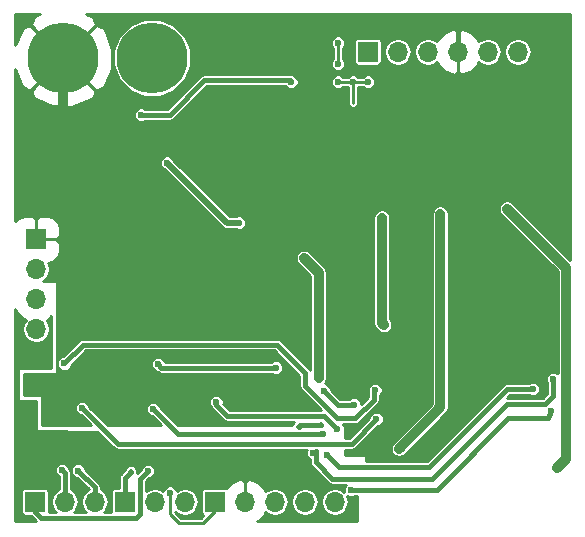
<source format=gbl>
G04 #@! TF.FileFunction,Copper,L2,Bot,Signal*
%FSLAX46Y46*%
G04 Gerber Fmt 4.6, Leading zero omitted, Abs format (unit mm)*
G04 Created by KiCad (PCBNEW 4.0.6) date 12/03/17 01:19:17*
%MOMM*%
%LPD*%
G01*
G04 APERTURE LIST*
%ADD10C,0.100000*%
%ADD11R,1.700000X1.700000*%
%ADD12O,1.700000X1.700000*%
%ADD13C,6.000000*%
%ADD14C,0.600000*%
%ADD15C,0.482600*%
%ADD16C,0.500000*%
%ADD17C,0.254000*%
%ADD18C,0.381000*%
%ADD19C,0.812800*%
%ADD20C,0.508000*%
%ADD21C,0.226060*%
G04 APERTURE END LIST*
D10*
D11*
X187452000Y-61468000D03*
D12*
X189992000Y-61468000D03*
X192532000Y-61468000D03*
X195072000Y-61468000D03*
X197612000Y-61468000D03*
X200152000Y-61468000D03*
D13*
X161671000Y-61976000D03*
X169171000Y-61976000D03*
D11*
X166878000Y-99568000D03*
D12*
X169418000Y-99568000D03*
X171958000Y-99568000D03*
D11*
X159258000Y-99568000D03*
D12*
X161798000Y-99568000D03*
X164338000Y-99568000D03*
D11*
X159385000Y-77343000D03*
D12*
X159385000Y-79883000D03*
X159385000Y-82423000D03*
X159385000Y-84963000D03*
D11*
X174498000Y-99568000D03*
D12*
X177038000Y-99568000D03*
X179578000Y-99568000D03*
X182118000Y-99568000D03*
X184658000Y-99568000D03*
D14*
X184912000Y-60706000D03*
X184912000Y-62484000D03*
X184912000Y-64008000D03*
X186182000Y-64008000D03*
X187452000Y-64008000D03*
X169926000Y-81280000D03*
X195326000Y-84836000D03*
X196596000Y-84836000D03*
X197866000Y-84836000D03*
X199136000Y-84836000D03*
X199390000Y-83566000D03*
X187198000Y-85598000D03*
X188214000Y-85598000D03*
X190500000Y-84836000D03*
X192024000Y-84836000D03*
X165354000Y-67310000D03*
X171196000Y-79121000D03*
X203962000Y-62738000D03*
D15*
X196088000Y-58928000D03*
X197358000Y-58928000D03*
X198628000Y-58928000D03*
X200152000Y-58928000D03*
X201676000Y-58928000D03*
D14*
X194818000Y-58928000D03*
X203962000Y-58928000D03*
X203962000Y-60198000D03*
X203962000Y-61468000D03*
X202946000Y-61468000D03*
X202946000Y-60198000D03*
X202946000Y-58928000D03*
X193548000Y-58928000D03*
X158750000Y-65786000D03*
X165989000Y-59436000D03*
X160655000Y-73152000D03*
X173863000Y-85344000D03*
X184912000Y-69596000D03*
X187325000Y-69596000D03*
X187325000Y-65151000D03*
X184785000Y-65278000D03*
X192786000Y-69596000D03*
X189865000Y-69469000D03*
X189738000Y-65278000D03*
X192024000Y-65151000D03*
X195199000Y-69469000D03*
X197993000Y-69596000D03*
X197993000Y-65151000D03*
X195326000Y-65151000D03*
X202819000Y-69596000D03*
X200406000Y-69596000D03*
X202692000Y-65151000D03*
X200533000Y-65151000D03*
D15*
X160020000Y-69088000D03*
X189230000Y-86868000D03*
X186690000Y-86868000D03*
X163068000Y-85344000D03*
X165354000Y-89408000D03*
D16*
X170942000Y-89408000D03*
X184658000Y-84836000D03*
X168910000Y-87122000D03*
X170434000Y-87122000D03*
X159258000Y-88900000D03*
D15*
X176784000Y-89408000D03*
D14*
X203200000Y-87630000D03*
X199263000Y-74777600D03*
X203479400Y-96697800D03*
D15*
X183515000Y-93091000D03*
X181610000Y-93218000D03*
X164084000Y-96393000D03*
X169799000Y-96393000D03*
D14*
X171069000Y-96393000D03*
X182372000Y-98044000D03*
X158242000Y-96901000D03*
X158242000Y-96774000D03*
D15*
X160008000Y-87884000D03*
X157734000Y-84836000D03*
X157988000Y-86106000D03*
D14*
X170688000Y-98806000D03*
X188722000Y-83566000D03*
X188645800Y-75514200D03*
X188823600Y-84582000D03*
X193598800Y-75184000D03*
X190093600Y-95072200D03*
X176530000Y-75946000D03*
X170434000Y-70866000D03*
X183286400Y-89128600D03*
X182067200Y-78943200D03*
D15*
X167386000Y-97028000D03*
D14*
X168833800Y-96977200D03*
X161569400Y-96875600D03*
X162915600Y-96926400D03*
X168275000Y-66802000D03*
X180975000Y-64008000D03*
X184835800Y-93370400D03*
X174625000Y-91109800D03*
X186055000Y-98552000D03*
X202996800Y-91897200D03*
X201422000Y-90017600D03*
X183997600Y-95605600D03*
X183692800Y-93853000D03*
X169291000Y-91719400D03*
X203149200Y-89179400D03*
X182854600Y-95427800D03*
X188087000Y-90093800D03*
X161772600Y-87858600D03*
X169697400Y-87934800D03*
X179679600Y-88214200D03*
X183743600Y-90170000D03*
X186283600Y-91338400D03*
X188188600Y-92557600D03*
X163271200Y-91643200D03*
D17*
X186182000Y-64008000D02*
X184912000Y-64008000D01*
X184912000Y-62484000D02*
X184912000Y-60706000D01*
X186182000Y-65786000D02*
X186182000Y-64008000D01*
X187452000Y-64008000D02*
X186182000Y-64008000D01*
D18*
X195326000Y-84836000D02*
X196596000Y-84836000D01*
X197866000Y-84836000D02*
X199136000Y-84836000D01*
X188214000Y-85598000D02*
X187198000Y-85598000D01*
X192024000Y-84836000D02*
X190500000Y-84836000D01*
D19*
X161671000Y-61976000D02*
X161671000Y-66675000D01*
X161671000Y-66675000D02*
X161798000Y-66802000D01*
D17*
X201676000Y-58928000D02*
X202946000Y-58928000D01*
D18*
X195072000Y-58928000D02*
X196088000Y-58928000D01*
X197358000Y-58928000D02*
X198628000Y-58928000D01*
X200152000Y-58928000D02*
X201676000Y-58928000D01*
X195072000Y-61468000D02*
X195072000Y-58928000D01*
D17*
X203962000Y-61468000D02*
X203962000Y-60198000D01*
X202946000Y-60198000D02*
X202946000Y-61468000D01*
D19*
X204241400Y-79756000D02*
X199263000Y-74777600D01*
X204241400Y-95935800D02*
X204241400Y-79756000D01*
X203479400Y-96697800D02*
X204241400Y-95935800D01*
D18*
X181737000Y-93091000D02*
X183515000Y-93091000D01*
X181610000Y-93218000D02*
X181737000Y-93091000D01*
X159385000Y-79883000D02*
X159258000Y-79883000D01*
D17*
X164084000Y-96393000D02*
X165481000Y-96393000D01*
X169418000Y-96012000D02*
X169799000Y-96393000D01*
X165862000Y-96012000D02*
X169418000Y-96012000D01*
X165481000Y-96393000D02*
X165862000Y-96012000D01*
D18*
X158242000Y-96901000D02*
X158242000Y-96774000D01*
X160008000Y-87884000D02*
X160020000Y-87884000D01*
X157734000Y-84836000D02*
X157988000Y-85090000D01*
X157988000Y-85090000D02*
X157988000Y-86106000D01*
D17*
X173482000Y-101346000D02*
X174498000Y-100330000D01*
X171450000Y-101346000D02*
X173482000Y-101346000D01*
X170688000Y-100584000D02*
X171450000Y-101346000D01*
X170688000Y-98806000D02*
X170688000Y-100584000D01*
X174498000Y-100330000D02*
X174498000Y-99568000D01*
D18*
X188823600Y-84582000D02*
X188823600Y-83667600D01*
X188823600Y-83667600D02*
X188722000Y-83566000D01*
D19*
X188645800Y-84404200D02*
X188645800Y-75514200D01*
X188823600Y-84582000D02*
X188645800Y-84404200D01*
X193598800Y-91567000D02*
X193598800Y-75184000D01*
X190093600Y-95072200D02*
X193598800Y-91567000D01*
D20*
X175514000Y-75946000D02*
X176530000Y-75946000D01*
X170434000Y-70866000D02*
X175514000Y-75946000D01*
D19*
X183286400Y-80162400D02*
X183286400Y-89128600D01*
X182067200Y-78943200D02*
X183286400Y-80162400D01*
D18*
X166878000Y-99568000D02*
X166878000Y-97536000D01*
X166878000Y-97536000D02*
X167386000Y-97028000D01*
X159258000Y-99568000D02*
X159258000Y-100431600D01*
X168173400Y-97637600D02*
X168833800Y-96977200D01*
X168173400Y-100634800D02*
X168173400Y-97637600D01*
X167843200Y-100965000D02*
X168173400Y-100634800D01*
X159791400Y-100965000D02*
X167843200Y-100965000D01*
X159258000Y-100431600D02*
X159791400Y-100965000D01*
X161798000Y-99568000D02*
X161798000Y-97104200D01*
X161798000Y-97104200D02*
X161569400Y-96875600D01*
X164338000Y-99568000D02*
X164338000Y-98348800D01*
X164338000Y-98348800D02*
X162915600Y-96926400D01*
X170688000Y-66802000D02*
X168275000Y-66802000D01*
X173609000Y-63881000D02*
X170688000Y-66802000D01*
X180848000Y-63881000D02*
X173609000Y-63881000D01*
X180975000Y-64008000D02*
X180848000Y-63881000D01*
X174625000Y-91363800D02*
X174625000Y-91109800D01*
X175564800Y-92303600D02*
X174625000Y-91363800D01*
X183769000Y-92303600D02*
X175564800Y-92303600D01*
X183769000Y-92303600D02*
X184835800Y-93370400D01*
X193319400Y-98552000D02*
X186055000Y-98552000D01*
X199364600Y-92506800D02*
X193319400Y-98552000D01*
X202742800Y-92506800D02*
X199364600Y-92506800D01*
X202996800Y-91897200D02*
X202742800Y-92506800D01*
X199263000Y-90017600D02*
X201422000Y-90017600D01*
X192633600Y-96647000D02*
X199263000Y-90017600D01*
X185039000Y-96647000D02*
X192633600Y-96647000D01*
X183997600Y-95605600D02*
X185039000Y-96647000D01*
X171424600Y-93853000D02*
X183692800Y-93853000D01*
X169291000Y-91719400D02*
X171424600Y-93853000D01*
X203149200Y-90601800D02*
X203149200Y-89179400D01*
X202488800Y-91262200D02*
X203149200Y-90601800D01*
X199212200Y-91262200D02*
X202488800Y-91262200D01*
X192862200Y-97612200D02*
X199212200Y-91262200D01*
X184429400Y-97612200D02*
X192862200Y-97612200D01*
X183035598Y-96218398D02*
X184429400Y-97612200D01*
X183035598Y-95246802D02*
X183035598Y-96218398D01*
X182854600Y-95427800D02*
X183035598Y-95246802D01*
X187960000Y-90220800D02*
X188087000Y-90093800D01*
X187960000Y-90932000D02*
X187960000Y-90220800D01*
X186385200Y-92506800D02*
X187960000Y-90932000D01*
X184886600Y-92506800D02*
X186385200Y-92506800D01*
X182168800Y-89789000D02*
X184886600Y-92506800D01*
X182168800Y-88696800D02*
X182168800Y-89789000D01*
X179730400Y-86258400D02*
X182168800Y-88696800D01*
X163372800Y-86258400D02*
X179730400Y-86258400D01*
X161772600Y-87858600D02*
X163372800Y-86258400D01*
X169697400Y-87934800D02*
X169976800Y-88214200D01*
X169976800Y-88214200D02*
X179679600Y-88214200D01*
X183743600Y-90170000D02*
X184912000Y-91338400D01*
X184912000Y-91338400D02*
X186283600Y-91338400D01*
X186080400Y-94665800D02*
X188188600Y-92557600D01*
X166293800Y-94665800D02*
X186080400Y-94665800D01*
X163271200Y-91643200D02*
X166293800Y-94665800D01*
D21*
G36*
X157783185Y-83585217D02*
X158349877Y-84109737D01*
X158518750Y-84172161D01*
X158287715Y-84517928D01*
X158199185Y-84963000D01*
X158287715Y-85408072D01*
X158539829Y-85785386D01*
X158917143Y-86037500D01*
X159362215Y-86126030D01*
X159407785Y-86126030D01*
X159852857Y-86037500D01*
X160230171Y-85785386D01*
X160482285Y-85408072D01*
X160570815Y-84963000D01*
X160482285Y-84517928D01*
X160251250Y-84172161D01*
X160420123Y-84109737D01*
X160668970Y-83879409D01*
X160668970Y-88278970D01*
X157988000Y-88278970D01*
X157944025Y-88287875D01*
X157906979Y-88313187D01*
X157882700Y-88350918D01*
X157874970Y-88392000D01*
X157874970Y-90932000D01*
X157883875Y-90975975D01*
X157909187Y-91013021D01*
X157946918Y-91037300D01*
X157988000Y-91045030D01*
X159398970Y-91045030D01*
X159398970Y-93472000D01*
X159407875Y-93515975D01*
X159433187Y-93553021D01*
X159470918Y-93577300D01*
X159510835Y-93585024D01*
X164552906Y-93637004D01*
X165937751Y-95021850D01*
X166012434Y-95071751D01*
X166101107Y-95131001D01*
X166293800Y-95169330D01*
X182298147Y-95169330D01*
X182241677Y-95305326D01*
X182241464Y-95549204D01*
X182334595Y-95774600D01*
X182506893Y-95947199D01*
X182532068Y-95957652D01*
X182532068Y-96218398D01*
X182570397Y-96411091D01*
X182668418Y-96557788D01*
X182679549Y-96574447D01*
X184073351Y-97968250D01*
X184236708Y-98077402D01*
X184429400Y-98115730D01*
X185624319Y-98115730D01*
X185535601Y-98204293D01*
X185442077Y-98429526D01*
X185441864Y-98673404D01*
X185455383Y-98706122D01*
X185103072Y-98470715D01*
X184658000Y-98382185D01*
X184212928Y-98470715D01*
X183835614Y-98722829D01*
X183583500Y-99100143D01*
X183494970Y-99545215D01*
X183494970Y-99590785D01*
X183583500Y-100035857D01*
X183835614Y-100413171D01*
X184212928Y-100665285D01*
X184658000Y-100753815D01*
X185103072Y-100665285D01*
X185480386Y-100413171D01*
X185732500Y-100035857D01*
X185821030Y-99590785D01*
X185821030Y-99545215D01*
X185732500Y-99100143D01*
X185715598Y-99074848D01*
X185932526Y-99164923D01*
X186176404Y-99165136D01*
X186401800Y-99072005D01*
X186418304Y-99055530D01*
X186576970Y-99055530D01*
X186576970Y-101211970D01*
X178108621Y-101211970D01*
X178200217Y-101169815D01*
X178724737Y-100603123D01*
X178787161Y-100434250D01*
X179132928Y-100665285D01*
X179578000Y-100753815D01*
X180023072Y-100665285D01*
X180400386Y-100413171D01*
X180652500Y-100035857D01*
X180741030Y-99590785D01*
X180741030Y-99545215D01*
X180954970Y-99545215D01*
X180954970Y-99590785D01*
X181043500Y-100035857D01*
X181295614Y-100413171D01*
X181672928Y-100665285D01*
X182118000Y-100753815D01*
X182563072Y-100665285D01*
X182940386Y-100413171D01*
X183192500Y-100035857D01*
X183281030Y-99590785D01*
X183281030Y-99545215D01*
X183192500Y-99100143D01*
X182940386Y-98722829D01*
X182563072Y-98470715D01*
X182118000Y-98382185D01*
X181672928Y-98470715D01*
X181295614Y-98722829D01*
X181043500Y-99100143D01*
X180954970Y-99545215D01*
X180741030Y-99545215D01*
X180652500Y-99100143D01*
X180400386Y-98722829D01*
X180023072Y-98470715D01*
X179578000Y-98382185D01*
X179132928Y-98470715D01*
X178787161Y-98701750D01*
X178724737Y-98532877D01*
X178200217Y-97966185D01*
X177498760Y-97643355D01*
X177348843Y-97613534D01*
X177039270Y-97871227D01*
X177039270Y-99566730D01*
X177059270Y-99566730D01*
X177059270Y-99569270D01*
X177039270Y-99569270D01*
X177039270Y-99589270D01*
X177036730Y-99589270D01*
X177036730Y-99569270D01*
X177016730Y-99569270D01*
X177016730Y-99566730D01*
X177036730Y-99566730D01*
X177036730Y-97871227D01*
X176727157Y-97613534D01*
X176577240Y-97643355D01*
X175875783Y-97966185D01*
X175455229Y-98420552D01*
X175348000Y-98398838D01*
X173648000Y-98398838D01*
X173531998Y-98420665D01*
X173425458Y-98489222D01*
X173353983Y-98593828D01*
X173328838Y-98718000D01*
X173328838Y-100418000D01*
X173350665Y-100534002D01*
X173419222Y-100640542D01*
X173505922Y-100699782D01*
X173299734Y-100905970D01*
X171632266Y-100905970D01*
X171147226Y-100420930D01*
X171512928Y-100665285D01*
X171958000Y-100753815D01*
X172403072Y-100665285D01*
X172780386Y-100413171D01*
X173032500Y-100035857D01*
X173121030Y-99590785D01*
X173121030Y-99545215D01*
X173032500Y-99100143D01*
X172780386Y-98722829D01*
X172403072Y-98470715D01*
X171958000Y-98382185D01*
X171512928Y-98470715D01*
X171277704Y-98627887D01*
X171208005Y-98459200D01*
X171035707Y-98286601D01*
X170810474Y-98193077D01*
X170566596Y-98192864D01*
X170341200Y-98285995D01*
X170168601Y-98458293D01*
X170098205Y-98627827D01*
X169863072Y-98470715D01*
X169418000Y-98382185D01*
X168972928Y-98470715D01*
X168676930Y-98668495D01*
X168676930Y-97846168D01*
X168932782Y-97590316D01*
X168955204Y-97590336D01*
X169180600Y-97497205D01*
X169353199Y-97324907D01*
X169446723Y-97099674D01*
X169446936Y-96855796D01*
X169353805Y-96630400D01*
X169181507Y-96457801D01*
X168956274Y-96364277D01*
X168712396Y-96364064D01*
X168487000Y-96457195D01*
X168314401Y-96629493D01*
X168220877Y-96854726D01*
X168220857Y-96878045D01*
X167926088Y-97172814D01*
X167940234Y-97138747D01*
X167940426Y-96918221D01*
X167856212Y-96714407D01*
X167700413Y-96558336D01*
X167496747Y-96473766D01*
X167276221Y-96473574D01*
X167072407Y-96557788D01*
X166916336Y-96713587D01*
X166865224Y-96836677D01*
X166521951Y-97179951D01*
X166412799Y-97343307D01*
X166374470Y-97536000D01*
X166374470Y-98398838D01*
X166028000Y-98398838D01*
X165911998Y-98420665D01*
X165805458Y-98489222D01*
X165733983Y-98593828D01*
X165708838Y-98718000D01*
X165708838Y-100418000D01*
X165717017Y-100461470D01*
X165088102Y-100461470D01*
X165160386Y-100413171D01*
X165412500Y-100035857D01*
X165501030Y-99590785D01*
X165501030Y-99545215D01*
X165412500Y-99100143D01*
X165160386Y-98722829D01*
X164841530Y-98509776D01*
X164841530Y-98348800D01*
X164803201Y-98156107D01*
X164767583Y-98102801D01*
X164694049Y-97992750D01*
X163528716Y-96827418D01*
X163528736Y-96804996D01*
X163435605Y-96579600D01*
X163263307Y-96407001D01*
X163038074Y-96313477D01*
X162794196Y-96313264D01*
X162568800Y-96406395D01*
X162396201Y-96578693D01*
X162302677Y-96803926D01*
X162302464Y-97047804D01*
X162395595Y-97273200D01*
X162567893Y-97445799D01*
X162793126Y-97539323D01*
X162816445Y-97539343D01*
X163805940Y-98528839D01*
X163515614Y-98722829D01*
X163263500Y-99100143D01*
X163174970Y-99545215D01*
X163174970Y-99590785D01*
X163263500Y-100035857D01*
X163515614Y-100413171D01*
X163587898Y-100461470D01*
X162548102Y-100461470D01*
X162620386Y-100413171D01*
X162872500Y-100035857D01*
X162961030Y-99590785D01*
X162961030Y-99545215D01*
X162872500Y-99100143D01*
X162620386Y-98722829D01*
X162301530Y-98509776D01*
X162301530Y-97104200D01*
X162263201Y-96911507D01*
X162182504Y-96790737D01*
X162182536Y-96754196D01*
X162089405Y-96528800D01*
X161917107Y-96356201D01*
X161691874Y-96262677D01*
X161447996Y-96262464D01*
X161222600Y-96355595D01*
X161050001Y-96527893D01*
X160956477Y-96753126D01*
X160956264Y-96997004D01*
X161049395Y-97222400D01*
X161221693Y-97394999D01*
X161294470Y-97425218D01*
X161294470Y-98509776D01*
X160975614Y-98722829D01*
X160723500Y-99100143D01*
X160634970Y-99545215D01*
X160634970Y-99590785D01*
X160723500Y-100035857D01*
X160975614Y-100413171D01*
X161047898Y-100461470D01*
X160418359Y-100461470D01*
X160427162Y-100418000D01*
X160427162Y-98718000D01*
X160405335Y-98601998D01*
X160336778Y-98495458D01*
X160232172Y-98423983D01*
X160108000Y-98398838D01*
X158408000Y-98398838D01*
X158291998Y-98420665D01*
X158185458Y-98489222D01*
X158113983Y-98593828D01*
X158088838Y-98718000D01*
X158088838Y-100418000D01*
X158110665Y-100534002D01*
X158179222Y-100640542D01*
X158283828Y-100712017D01*
X158408000Y-100737162D01*
X158868216Y-100737162D01*
X158879344Y-100753815D01*
X158901951Y-100787649D01*
X159326271Y-101211970D01*
X157614030Y-101211970D01*
X157614030Y-83217671D01*
X157783185Y-83585217D01*
X157783185Y-83585217D01*
G37*
X157783185Y-83585217D02*
X158349877Y-84109737D01*
X158518750Y-84172161D01*
X158287715Y-84517928D01*
X158199185Y-84963000D01*
X158287715Y-85408072D01*
X158539829Y-85785386D01*
X158917143Y-86037500D01*
X159362215Y-86126030D01*
X159407785Y-86126030D01*
X159852857Y-86037500D01*
X160230171Y-85785386D01*
X160482285Y-85408072D01*
X160570815Y-84963000D01*
X160482285Y-84517928D01*
X160251250Y-84172161D01*
X160420123Y-84109737D01*
X160668970Y-83879409D01*
X160668970Y-88278970D01*
X157988000Y-88278970D01*
X157944025Y-88287875D01*
X157906979Y-88313187D01*
X157882700Y-88350918D01*
X157874970Y-88392000D01*
X157874970Y-90932000D01*
X157883875Y-90975975D01*
X157909187Y-91013021D01*
X157946918Y-91037300D01*
X157988000Y-91045030D01*
X159398970Y-91045030D01*
X159398970Y-93472000D01*
X159407875Y-93515975D01*
X159433187Y-93553021D01*
X159470918Y-93577300D01*
X159510835Y-93585024D01*
X164552906Y-93637004D01*
X165937751Y-95021850D01*
X166012434Y-95071751D01*
X166101107Y-95131001D01*
X166293800Y-95169330D01*
X182298147Y-95169330D01*
X182241677Y-95305326D01*
X182241464Y-95549204D01*
X182334595Y-95774600D01*
X182506893Y-95947199D01*
X182532068Y-95957652D01*
X182532068Y-96218398D01*
X182570397Y-96411091D01*
X182668418Y-96557788D01*
X182679549Y-96574447D01*
X184073351Y-97968250D01*
X184236708Y-98077402D01*
X184429400Y-98115730D01*
X185624319Y-98115730D01*
X185535601Y-98204293D01*
X185442077Y-98429526D01*
X185441864Y-98673404D01*
X185455383Y-98706122D01*
X185103072Y-98470715D01*
X184658000Y-98382185D01*
X184212928Y-98470715D01*
X183835614Y-98722829D01*
X183583500Y-99100143D01*
X183494970Y-99545215D01*
X183494970Y-99590785D01*
X183583500Y-100035857D01*
X183835614Y-100413171D01*
X184212928Y-100665285D01*
X184658000Y-100753815D01*
X185103072Y-100665285D01*
X185480386Y-100413171D01*
X185732500Y-100035857D01*
X185821030Y-99590785D01*
X185821030Y-99545215D01*
X185732500Y-99100143D01*
X185715598Y-99074848D01*
X185932526Y-99164923D01*
X186176404Y-99165136D01*
X186401800Y-99072005D01*
X186418304Y-99055530D01*
X186576970Y-99055530D01*
X186576970Y-101211970D01*
X178108621Y-101211970D01*
X178200217Y-101169815D01*
X178724737Y-100603123D01*
X178787161Y-100434250D01*
X179132928Y-100665285D01*
X179578000Y-100753815D01*
X180023072Y-100665285D01*
X180400386Y-100413171D01*
X180652500Y-100035857D01*
X180741030Y-99590785D01*
X180741030Y-99545215D01*
X180954970Y-99545215D01*
X180954970Y-99590785D01*
X181043500Y-100035857D01*
X181295614Y-100413171D01*
X181672928Y-100665285D01*
X182118000Y-100753815D01*
X182563072Y-100665285D01*
X182940386Y-100413171D01*
X183192500Y-100035857D01*
X183281030Y-99590785D01*
X183281030Y-99545215D01*
X183192500Y-99100143D01*
X182940386Y-98722829D01*
X182563072Y-98470715D01*
X182118000Y-98382185D01*
X181672928Y-98470715D01*
X181295614Y-98722829D01*
X181043500Y-99100143D01*
X180954970Y-99545215D01*
X180741030Y-99545215D01*
X180652500Y-99100143D01*
X180400386Y-98722829D01*
X180023072Y-98470715D01*
X179578000Y-98382185D01*
X179132928Y-98470715D01*
X178787161Y-98701750D01*
X178724737Y-98532877D01*
X178200217Y-97966185D01*
X177498760Y-97643355D01*
X177348843Y-97613534D01*
X177039270Y-97871227D01*
X177039270Y-99566730D01*
X177059270Y-99566730D01*
X177059270Y-99569270D01*
X177039270Y-99569270D01*
X177039270Y-99589270D01*
X177036730Y-99589270D01*
X177036730Y-99569270D01*
X177016730Y-99569270D01*
X177016730Y-99566730D01*
X177036730Y-99566730D01*
X177036730Y-97871227D01*
X176727157Y-97613534D01*
X176577240Y-97643355D01*
X175875783Y-97966185D01*
X175455229Y-98420552D01*
X175348000Y-98398838D01*
X173648000Y-98398838D01*
X173531998Y-98420665D01*
X173425458Y-98489222D01*
X173353983Y-98593828D01*
X173328838Y-98718000D01*
X173328838Y-100418000D01*
X173350665Y-100534002D01*
X173419222Y-100640542D01*
X173505922Y-100699782D01*
X173299734Y-100905970D01*
X171632266Y-100905970D01*
X171147226Y-100420930D01*
X171512928Y-100665285D01*
X171958000Y-100753815D01*
X172403072Y-100665285D01*
X172780386Y-100413171D01*
X173032500Y-100035857D01*
X173121030Y-99590785D01*
X173121030Y-99545215D01*
X173032500Y-99100143D01*
X172780386Y-98722829D01*
X172403072Y-98470715D01*
X171958000Y-98382185D01*
X171512928Y-98470715D01*
X171277704Y-98627887D01*
X171208005Y-98459200D01*
X171035707Y-98286601D01*
X170810474Y-98193077D01*
X170566596Y-98192864D01*
X170341200Y-98285995D01*
X170168601Y-98458293D01*
X170098205Y-98627827D01*
X169863072Y-98470715D01*
X169418000Y-98382185D01*
X168972928Y-98470715D01*
X168676930Y-98668495D01*
X168676930Y-97846168D01*
X168932782Y-97590316D01*
X168955204Y-97590336D01*
X169180600Y-97497205D01*
X169353199Y-97324907D01*
X169446723Y-97099674D01*
X169446936Y-96855796D01*
X169353805Y-96630400D01*
X169181507Y-96457801D01*
X168956274Y-96364277D01*
X168712396Y-96364064D01*
X168487000Y-96457195D01*
X168314401Y-96629493D01*
X168220877Y-96854726D01*
X168220857Y-96878045D01*
X167926088Y-97172814D01*
X167940234Y-97138747D01*
X167940426Y-96918221D01*
X167856212Y-96714407D01*
X167700413Y-96558336D01*
X167496747Y-96473766D01*
X167276221Y-96473574D01*
X167072407Y-96557788D01*
X166916336Y-96713587D01*
X166865224Y-96836677D01*
X166521951Y-97179951D01*
X166412799Y-97343307D01*
X166374470Y-97536000D01*
X166374470Y-98398838D01*
X166028000Y-98398838D01*
X165911998Y-98420665D01*
X165805458Y-98489222D01*
X165733983Y-98593828D01*
X165708838Y-98718000D01*
X165708838Y-100418000D01*
X165717017Y-100461470D01*
X165088102Y-100461470D01*
X165160386Y-100413171D01*
X165412500Y-100035857D01*
X165501030Y-99590785D01*
X165501030Y-99545215D01*
X165412500Y-99100143D01*
X165160386Y-98722829D01*
X164841530Y-98509776D01*
X164841530Y-98348800D01*
X164803201Y-98156107D01*
X164767583Y-98102801D01*
X164694049Y-97992750D01*
X163528716Y-96827418D01*
X163528736Y-96804996D01*
X163435605Y-96579600D01*
X163263307Y-96407001D01*
X163038074Y-96313477D01*
X162794196Y-96313264D01*
X162568800Y-96406395D01*
X162396201Y-96578693D01*
X162302677Y-96803926D01*
X162302464Y-97047804D01*
X162395595Y-97273200D01*
X162567893Y-97445799D01*
X162793126Y-97539323D01*
X162816445Y-97539343D01*
X163805940Y-98528839D01*
X163515614Y-98722829D01*
X163263500Y-99100143D01*
X163174970Y-99545215D01*
X163174970Y-99590785D01*
X163263500Y-100035857D01*
X163515614Y-100413171D01*
X163587898Y-100461470D01*
X162548102Y-100461470D01*
X162620386Y-100413171D01*
X162872500Y-100035857D01*
X162961030Y-99590785D01*
X162961030Y-99545215D01*
X162872500Y-99100143D01*
X162620386Y-98722829D01*
X162301530Y-98509776D01*
X162301530Y-97104200D01*
X162263201Y-96911507D01*
X162182504Y-96790737D01*
X162182536Y-96754196D01*
X162089405Y-96528800D01*
X161917107Y-96356201D01*
X161691874Y-96262677D01*
X161447996Y-96262464D01*
X161222600Y-96355595D01*
X161050001Y-96527893D01*
X160956477Y-96753126D01*
X160956264Y-96997004D01*
X161049395Y-97222400D01*
X161221693Y-97394999D01*
X161294470Y-97425218D01*
X161294470Y-98509776D01*
X160975614Y-98722829D01*
X160723500Y-99100143D01*
X160634970Y-99545215D01*
X160634970Y-99590785D01*
X160723500Y-100035857D01*
X160975614Y-100413171D01*
X161047898Y-100461470D01*
X160418359Y-100461470D01*
X160427162Y-100418000D01*
X160427162Y-98718000D01*
X160405335Y-98601998D01*
X160336778Y-98495458D01*
X160232172Y-98423983D01*
X160108000Y-98398838D01*
X158408000Y-98398838D01*
X158291998Y-98420665D01*
X158185458Y-98489222D01*
X158113983Y-98593828D01*
X158088838Y-98718000D01*
X158088838Y-100418000D01*
X158110665Y-100534002D01*
X158179222Y-100640542D01*
X158283828Y-100712017D01*
X158408000Y-100737162D01*
X158868216Y-100737162D01*
X158879344Y-100753815D01*
X158901951Y-100787649D01*
X159326271Y-101211970D01*
X157614030Y-101211970D01*
X157614030Y-83217671D01*
X157783185Y-83585217D01*
G36*
X159386270Y-82421730D02*
X159406270Y-82421730D01*
X159406270Y-82424270D01*
X159386270Y-82424270D01*
X159386270Y-82444270D01*
X159383730Y-82444270D01*
X159383730Y-82424270D01*
X159363730Y-82424270D01*
X159363730Y-82421730D01*
X159383730Y-82421730D01*
X159383730Y-82401730D01*
X159386270Y-82401730D01*
X159386270Y-82421730D01*
X159386270Y-82421730D01*
G37*
X159386270Y-82421730D02*
X159406270Y-82421730D01*
X159406270Y-82424270D01*
X159386270Y-82424270D01*
X159386270Y-82444270D01*
X159383730Y-82444270D01*
X159383730Y-82424270D01*
X159363730Y-82424270D01*
X159363730Y-82421730D01*
X159383730Y-82421730D01*
X159383730Y-82401730D01*
X159386270Y-82401730D01*
X159386270Y-82421730D01*
G36*
X159470239Y-58387115D02*
X159197497Y-58569355D01*
X158894619Y-59197823D01*
X161671000Y-61974204D01*
X164447381Y-59197823D01*
X164144503Y-58569355D01*
X163559828Y-58300030D01*
X204589970Y-58300030D01*
X204589970Y-79087142D01*
X199771714Y-74268886D01*
X199538314Y-74112933D01*
X199263000Y-74058170D01*
X198987686Y-74112933D01*
X198754286Y-74268886D01*
X198598333Y-74502286D01*
X198543570Y-74777600D01*
X198598333Y-75052914D01*
X198754286Y-75286314D01*
X203521970Y-80053998D01*
X203521970Y-88685108D01*
X203496907Y-88660001D01*
X203271674Y-88566477D01*
X203027796Y-88566264D01*
X202802400Y-88659395D01*
X202629801Y-88831693D01*
X202536277Y-89056926D01*
X202536064Y-89300804D01*
X202629195Y-89526200D01*
X202645670Y-89542704D01*
X202645670Y-90393231D01*
X202280232Y-90758670D01*
X199234029Y-90758670D01*
X199471569Y-90521130D01*
X201058452Y-90521130D01*
X201074293Y-90536999D01*
X201299526Y-90630523D01*
X201543404Y-90630736D01*
X201768800Y-90537605D01*
X201941399Y-90365307D01*
X202034923Y-90140074D01*
X202035136Y-89896196D01*
X201942005Y-89670800D01*
X201769707Y-89498201D01*
X201544474Y-89404677D01*
X201300596Y-89404464D01*
X201075200Y-89497595D01*
X201058696Y-89514070D01*
X199263000Y-89514070D01*
X199070307Y-89552399D01*
X198906950Y-89661551D01*
X192425032Y-96143470D01*
X187311030Y-96143470D01*
X187311030Y-95758000D01*
X187302125Y-95714025D01*
X187276813Y-95676979D01*
X187239082Y-95652700D01*
X187198000Y-95644970D01*
X185533030Y-95644970D01*
X185533030Y-95169330D01*
X186080400Y-95169330D01*
X186273093Y-95131001D01*
X186361094Y-95072200D01*
X189374170Y-95072200D01*
X189428933Y-95347514D01*
X189584886Y-95580914D01*
X189818286Y-95736867D01*
X190093600Y-95791630D01*
X190368914Y-95736867D01*
X190602314Y-95580914D01*
X194107514Y-92075714D01*
X194263467Y-91842314D01*
X194318230Y-91567000D01*
X194318230Y-75184000D01*
X194263467Y-74908686D01*
X194107514Y-74675286D01*
X193874114Y-74519333D01*
X193598800Y-74464570D01*
X193323486Y-74519333D01*
X193090086Y-74675286D01*
X192934133Y-74908686D01*
X192879370Y-75184000D01*
X192879370Y-91269002D01*
X189584886Y-94563486D01*
X189428933Y-94796886D01*
X189374170Y-95072200D01*
X186361094Y-95072200D01*
X186436449Y-95021849D01*
X188287582Y-93170716D01*
X188310004Y-93170736D01*
X188535400Y-93077605D01*
X188707999Y-92905307D01*
X188801523Y-92680074D01*
X188801736Y-92436196D01*
X188708605Y-92210800D01*
X188536307Y-92038201D01*
X188311074Y-91944677D01*
X188067196Y-91944464D01*
X187841800Y-92037595D01*
X187669201Y-92209893D01*
X187575677Y-92435126D01*
X187575657Y-92458444D01*
X185871832Y-94162270D01*
X185533030Y-94162270D01*
X185533030Y-93218000D01*
X185524125Y-93174025D01*
X185498813Y-93136979D01*
X185461082Y-93112700D01*
X185420000Y-93104970D01*
X185389426Y-93104970D01*
X185355805Y-93023600D01*
X185342558Y-93010330D01*
X186385200Y-93010330D01*
X186577893Y-92972001D01*
X186741249Y-92862849D01*
X188316050Y-91288049D01*
X188425202Y-91124692D01*
X188463530Y-90932000D01*
X188463530Y-90584127D01*
X188606399Y-90441507D01*
X188699923Y-90216274D01*
X188700136Y-89972396D01*
X188607005Y-89747000D01*
X188434707Y-89574401D01*
X188209474Y-89480877D01*
X187965596Y-89480664D01*
X187740200Y-89573795D01*
X187567601Y-89746093D01*
X187474077Y-89971326D01*
X187473936Y-90132993D01*
X187456470Y-90220800D01*
X187456470Y-90723431D01*
X186896678Y-91283223D01*
X186896736Y-91216996D01*
X186803605Y-90991600D01*
X186631307Y-90819001D01*
X186406074Y-90725477D01*
X186162196Y-90725264D01*
X185936800Y-90818395D01*
X185920296Y-90834870D01*
X185120569Y-90834870D01*
X184356716Y-90071018D01*
X184356736Y-90048596D01*
X184263605Y-89823200D01*
X184091307Y-89650601D01*
X183866074Y-89557077D01*
X183848737Y-89557062D01*
X183951067Y-89403914D01*
X184005830Y-89128600D01*
X184005830Y-80162400D01*
X183951067Y-79887086D01*
X183795114Y-79653686D01*
X182575914Y-78434486D01*
X182342514Y-78278533D01*
X182067200Y-78223770D01*
X181791886Y-78278533D01*
X181558486Y-78434486D01*
X181402533Y-78667886D01*
X181347770Y-78943200D01*
X181402533Y-79218514D01*
X181558486Y-79451914D01*
X182566970Y-80460398D01*
X182566970Y-88403788D01*
X182524849Y-88340750D01*
X180086449Y-85902351D01*
X180086448Y-85902350D01*
X179923093Y-85793199D01*
X179730400Y-85754870D01*
X163372800Y-85754870D01*
X163180108Y-85793198D01*
X163016751Y-85902350D01*
X161673618Y-87245484D01*
X161651196Y-87245464D01*
X161425800Y-87338595D01*
X161253201Y-87510893D01*
X161159677Y-87736126D01*
X161159464Y-87980004D01*
X161252595Y-88205400D01*
X161424893Y-88377999D01*
X161650126Y-88471523D01*
X161894004Y-88471736D01*
X162119400Y-88378605D01*
X162291999Y-88206307D01*
X162354326Y-88056204D01*
X169084264Y-88056204D01*
X169177395Y-88281600D01*
X169349693Y-88454199D01*
X169574926Y-88547723D01*
X169598244Y-88547743D01*
X169620750Y-88570249D01*
X169678139Y-88608595D01*
X169784107Y-88679401D01*
X169976800Y-88717730D01*
X179316052Y-88717730D01*
X179331893Y-88733599D01*
X179557126Y-88827123D01*
X179801004Y-88827336D01*
X180026400Y-88734205D01*
X180198999Y-88561907D01*
X180292523Y-88336674D01*
X180292736Y-88092796D01*
X180199605Y-87867400D01*
X180027307Y-87694801D01*
X179802074Y-87601277D01*
X179558196Y-87601064D01*
X179332800Y-87694195D01*
X179316296Y-87710670D01*
X170268091Y-87710670D01*
X170217405Y-87588000D01*
X170045107Y-87415401D01*
X169819874Y-87321877D01*
X169575996Y-87321664D01*
X169350600Y-87414795D01*
X169178001Y-87587093D01*
X169084477Y-87812326D01*
X169084264Y-88056204D01*
X162354326Y-88056204D01*
X162385523Y-87981074D01*
X162385543Y-87957755D01*
X163581369Y-86761930D01*
X179521832Y-86761930D01*
X181665270Y-88905369D01*
X181665270Y-89789000D01*
X181703599Y-89981693D01*
X181734613Y-90028108D01*
X181812751Y-90145049D01*
X183467771Y-91800070D01*
X175773369Y-91800070D01*
X175228431Y-91255133D01*
X175237923Y-91232274D01*
X175238136Y-90988396D01*
X175145005Y-90763000D01*
X174972707Y-90590401D01*
X174747474Y-90496877D01*
X174503596Y-90496664D01*
X174278200Y-90589795D01*
X174105601Y-90762093D01*
X174012077Y-90987326D01*
X174011864Y-91231204D01*
X174104995Y-91456600D01*
X174148622Y-91500303D01*
X174159799Y-91556493D01*
X174245799Y-91685200D01*
X174268951Y-91719849D01*
X175208751Y-92659650D01*
X175306676Y-92725081D01*
X175372107Y-92768801D01*
X175564800Y-92807130D01*
X181236961Y-92807130D01*
X181140336Y-92903587D01*
X181056714Y-93104970D01*
X171388669Y-93104970D01*
X169904116Y-91620418D01*
X169904136Y-91597996D01*
X169811005Y-91372600D01*
X169638707Y-91200001D01*
X169413474Y-91106477D01*
X169169596Y-91106264D01*
X168944200Y-91199395D01*
X168771601Y-91371693D01*
X168678077Y-91596926D01*
X168677864Y-91840804D01*
X168770995Y-92066200D01*
X168943293Y-92238799D01*
X169168526Y-92332323D01*
X169191845Y-92332343D01*
X169964472Y-93104970D01*
X165445069Y-93104970D01*
X163884316Y-91544218D01*
X163884336Y-91521796D01*
X163791205Y-91296400D01*
X163618907Y-91123801D01*
X163393674Y-91030277D01*
X163149796Y-91030064D01*
X162924400Y-91123195D01*
X162751801Y-91295493D01*
X162658277Y-91520726D01*
X162658064Y-91764604D01*
X162751195Y-91990000D01*
X162923493Y-92162599D01*
X163148726Y-92256123D01*
X163172045Y-92256143D01*
X164020872Y-93104970D01*
X159879030Y-93104970D01*
X159879030Y-90678000D01*
X159870125Y-90634025D01*
X159844813Y-90596979D01*
X159807082Y-90572700D01*
X159766000Y-90564970D01*
X158355030Y-90564970D01*
X158355030Y-88759030D01*
X161036000Y-88759030D01*
X161079975Y-88750125D01*
X161117021Y-88724813D01*
X161141300Y-88687082D01*
X161149030Y-88646000D01*
X161149030Y-81026000D01*
X161140125Y-80982025D01*
X161114813Y-80944979D01*
X161077082Y-80920700D01*
X161036000Y-80912970D01*
X159919501Y-80912970D01*
X160230171Y-80705386D01*
X160482285Y-80328072D01*
X160570815Y-79883000D01*
X160482285Y-79437928D01*
X160404844Y-79322030D01*
X160459578Y-79322030D01*
X160874544Y-79150145D01*
X161192145Y-78832544D01*
X161364030Y-78417578D01*
X161364030Y-77626527D01*
X161081773Y-77344270D01*
X159386270Y-77344270D01*
X159386270Y-77364270D01*
X159383730Y-77364270D01*
X159383730Y-77344270D01*
X159363730Y-77344270D01*
X159363730Y-77341730D01*
X159383730Y-77341730D01*
X159383730Y-75646227D01*
X159386270Y-75646227D01*
X159386270Y-77341730D01*
X161081773Y-77341730D01*
X161364030Y-77059473D01*
X161364030Y-76268422D01*
X161192145Y-75853456D01*
X160874544Y-75535855D01*
X160459578Y-75363970D01*
X159668527Y-75363970D01*
X159386270Y-75646227D01*
X159383730Y-75646227D01*
X159101473Y-75363970D01*
X158310422Y-75363970D01*
X157895456Y-75535855D01*
X157614030Y-75817281D01*
X157614030Y-70987404D01*
X169820864Y-70987404D01*
X169913995Y-71212800D01*
X170086293Y-71385399D01*
X170197797Y-71431699D01*
X175113049Y-76346951D01*
X175297007Y-76469867D01*
X175514000Y-76513030D01*
X176297002Y-76513030D01*
X176407526Y-76558923D01*
X176651404Y-76559136D01*
X176876800Y-76466005D01*
X177049399Y-76293707D01*
X177142923Y-76068474D01*
X177143136Y-75824596D01*
X177050005Y-75599200D01*
X176965154Y-75514200D01*
X187926370Y-75514200D01*
X187926370Y-84404200D01*
X187981133Y-84679514D01*
X188137086Y-84912914D01*
X188314886Y-85090714D01*
X188548286Y-85246667D01*
X188823600Y-85301430D01*
X189098914Y-85246667D01*
X189332314Y-85090714D01*
X189488267Y-84857314D01*
X189543030Y-84582000D01*
X189488267Y-84306686D01*
X189365230Y-84122548D01*
X189365230Y-75514200D01*
X189310467Y-75238886D01*
X189154514Y-75005486D01*
X188921114Y-74849533D01*
X188645800Y-74794770D01*
X188370486Y-74849533D01*
X188137086Y-75005486D01*
X187981133Y-75238886D01*
X187926370Y-75514200D01*
X176965154Y-75514200D01*
X176877707Y-75426601D01*
X176652474Y-75333077D01*
X176408596Y-75332864D01*
X176297010Y-75378970D01*
X175748872Y-75378970D01*
X170999705Y-70629803D01*
X170954005Y-70519200D01*
X170781707Y-70346601D01*
X170556474Y-70253077D01*
X170312596Y-70252864D01*
X170087200Y-70345995D01*
X169914601Y-70518293D01*
X169821077Y-70743526D01*
X169820864Y-70987404D01*
X157614030Y-70987404D01*
X157614030Y-66923404D01*
X167661864Y-66923404D01*
X167754995Y-67148800D01*
X167927293Y-67321399D01*
X168152526Y-67414923D01*
X168396404Y-67415136D01*
X168621800Y-67322005D01*
X168638304Y-67305530D01*
X170688000Y-67305530D01*
X170880693Y-67267201D01*
X171044049Y-67158049D01*
X173817569Y-64384530D01*
X180484673Y-64384530D01*
X180627293Y-64527399D01*
X180852526Y-64620923D01*
X181096404Y-64621136D01*
X181321800Y-64528005D01*
X181494399Y-64355707D01*
X181587923Y-64130474D01*
X181587923Y-64129404D01*
X184298864Y-64129404D01*
X184391995Y-64354800D01*
X184564293Y-64527399D01*
X184789526Y-64620923D01*
X185033404Y-64621136D01*
X185258800Y-64528005D01*
X185338915Y-64448030D01*
X185741970Y-64448030D01*
X185741970Y-65786000D01*
X185775465Y-65954392D01*
X185870852Y-66097148D01*
X186013608Y-66192535D01*
X186182000Y-66226030D01*
X186350392Y-66192535D01*
X186493148Y-66097148D01*
X186588535Y-65954392D01*
X186622030Y-65786000D01*
X186622030Y-64448030D01*
X187025062Y-64448030D01*
X187104293Y-64527399D01*
X187329526Y-64620923D01*
X187573404Y-64621136D01*
X187798800Y-64528005D01*
X187971399Y-64355707D01*
X188064923Y-64130474D01*
X188065136Y-63886596D01*
X187972005Y-63661200D01*
X187799707Y-63488601D01*
X187574474Y-63395077D01*
X187330596Y-63394864D01*
X187105200Y-63487995D01*
X187025085Y-63567970D01*
X186608938Y-63567970D01*
X186529707Y-63488601D01*
X186304474Y-63395077D01*
X186060596Y-63394864D01*
X185835200Y-63487995D01*
X185755085Y-63567970D01*
X185338938Y-63567970D01*
X185259707Y-63488601D01*
X185034474Y-63395077D01*
X184790596Y-63394864D01*
X184565200Y-63487995D01*
X184392601Y-63660293D01*
X184299077Y-63885526D01*
X184298864Y-64129404D01*
X181587923Y-64129404D01*
X181588136Y-63886596D01*
X181495005Y-63661200D01*
X181322707Y-63488601D01*
X181097474Y-63395077D01*
X180935807Y-63394936D01*
X180848000Y-63377470D01*
X173609000Y-63377470D01*
X173416307Y-63415799D01*
X173350876Y-63459519D01*
X173252951Y-63524950D01*
X170479432Y-66298470D01*
X168638548Y-66298470D01*
X168622707Y-66282601D01*
X168397474Y-66189077D01*
X168153596Y-66188864D01*
X167928200Y-66281995D01*
X167755601Y-66454293D01*
X167662077Y-66679526D01*
X167661864Y-66923404D01*
X157614030Y-66923404D01*
X157614030Y-64754177D01*
X158894619Y-64754177D01*
X159197497Y-65382645D01*
X160689448Y-66069898D01*
X162330831Y-66133893D01*
X163871761Y-65564885D01*
X164144503Y-65382645D01*
X164447381Y-64754177D01*
X161671000Y-61977796D01*
X158894619Y-64754177D01*
X157614030Y-64754177D01*
X157614030Y-62909140D01*
X158082115Y-64176761D01*
X158264355Y-64449503D01*
X158892823Y-64752381D01*
X161669204Y-61976000D01*
X161672796Y-61976000D01*
X164449177Y-64752381D01*
X165077645Y-64449503D01*
X165764898Y-62957552D01*
X165777586Y-62632111D01*
X165857396Y-62632111D01*
X166360712Y-63850229D01*
X167291869Y-64783012D01*
X168509106Y-65288454D01*
X169827111Y-65289604D01*
X171045229Y-64786288D01*
X171978012Y-63855131D01*
X172483454Y-62637894D01*
X172484604Y-61319889D01*
X172281114Y-60827404D01*
X184298864Y-60827404D01*
X184391995Y-61052800D01*
X184471970Y-61132915D01*
X184471970Y-62057062D01*
X184392601Y-62136293D01*
X184299077Y-62361526D01*
X184298864Y-62605404D01*
X184391995Y-62830800D01*
X184564293Y-63003399D01*
X184789526Y-63096923D01*
X185033404Y-63097136D01*
X185258800Y-63004005D01*
X185431399Y-62831707D01*
X185524923Y-62606474D01*
X185525136Y-62362596D01*
X185432005Y-62137200D01*
X185352030Y-62057085D01*
X185352030Y-61132938D01*
X185431399Y-61053707D01*
X185524923Y-60828474D01*
X185525106Y-60618000D01*
X186282838Y-60618000D01*
X186282838Y-62318000D01*
X186304665Y-62434002D01*
X186373222Y-62540542D01*
X186477828Y-62612017D01*
X186602000Y-62637162D01*
X188302000Y-62637162D01*
X188418002Y-62615335D01*
X188524542Y-62546778D01*
X188596017Y-62442172D01*
X188621162Y-62318000D01*
X188621162Y-61445215D01*
X188828970Y-61445215D01*
X188828970Y-61490785D01*
X188917500Y-61935857D01*
X189169614Y-62313171D01*
X189546928Y-62565285D01*
X189992000Y-62653815D01*
X190437072Y-62565285D01*
X190814386Y-62313171D01*
X191066500Y-61935857D01*
X191155030Y-61490785D01*
X191155030Y-61445215D01*
X191368970Y-61445215D01*
X191368970Y-61490785D01*
X191457500Y-61935857D01*
X191709614Y-62313171D01*
X192086928Y-62565285D01*
X192532000Y-62653815D01*
X192977072Y-62565285D01*
X193322839Y-62334250D01*
X193385263Y-62503123D01*
X193909783Y-63069815D01*
X194611240Y-63392645D01*
X194761157Y-63422466D01*
X195070730Y-63164773D01*
X195070730Y-61469270D01*
X195050730Y-61469270D01*
X195050730Y-61466730D01*
X195070730Y-61466730D01*
X195070730Y-59771227D01*
X195073270Y-59771227D01*
X195073270Y-61466730D01*
X195093270Y-61466730D01*
X195093270Y-61469270D01*
X195073270Y-61469270D01*
X195073270Y-63164773D01*
X195382843Y-63422466D01*
X195532760Y-63392645D01*
X196234217Y-63069815D01*
X196758737Y-62503123D01*
X196821161Y-62334250D01*
X197166928Y-62565285D01*
X197612000Y-62653815D01*
X198057072Y-62565285D01*
X198434386Y-62313171D01*
X198686500Y-61935857D01*
X198775030Y-61490785D01*
X198775030Y-61445215D01*
X198988970Y-61445215D01*
X198988970Y-61490785D01*
X199077500Y-61935857D01*
X199329614Y-62313171D01*
X199706928Y-62565285D01*
X200152000Y-62653815D01*
X200597072Y-62565285D01*
X200974386Y-62313171D01*
X201226500Y-61935857D01*
X201315030Y-61490785D01*
X201315030Y-61445215D01*
X201226500Y-61000143D01*
X200974386Y-60622829D01*
X200597072Y-60370715D01*
X200152000Y-60282185D01*
X199706928Y-60370715D01*
X199329614Y-60622829D01*
X199077500Y-61000143D01*
X198988970Y-61445215D01*
X198775030Y-61445215D01*
X198686500Y-61000143D01*
X198434386Y-60622829D01*
X198057072Y-60370715D01*
X197612000Y-60282185D01*
X197166928Y-60370715D01*
X196821161Y-60601750D01*
X196758737Y-60432877D01*
X196234217Y-59866185D01*
X195532760Y-59543355D01*
X195382843Y-59513534D01*
X195073270Y-59771227D01*
X195070730Y-59771227D01*
X194761157Y-59513534D01*
X194611240Y-59543355D01*
X193909783Y-59866185D01*
X193385263Y-60432877D01*
X193322839Y-60601750D01*
X192977072Y-60370715D01*
X192532000Y-60282185D01*
X192086928Y-60370715D01*
X191709614Y-60622829D01*
X191457500Y-61000143D01*
X191368970Y-61445215D01*
X191155030Y-61445215D01*
X191066500Y-61000143D01*
X190814386Y-60622829D01*
X190437072Y-60370715D01*
X189992000Y-60282185D01*
X189546928Y-60370715D01*
X189169614Y-60622829D01*
X188917500Y-61000143D01*
X188828970Y-61445215D01*
X188621162Y-61445215D01*
X188621162Y-60618000D01*
X188599335Y-60501998D01*
X188530778Y-60395458D01*
X188426172Y-60323983D01*
X188302000Y-60298838D01*
X186602000Y-60298838D01*
X186485998Y-60320665D01*
X186379458Y-60389222D01*
X186307983Y-60493828D01*
X186282838Y-60618000D01*
X185525106Y-60618000D01*
X185525136Y-60584596D01*
X185432005Y-60359200D01*
X185259707Y-60186601D01*
X185034474Y-60093077D01*
X184790596Y-60092864D01*
X184565200Y-60185995D01*
X184392601Y-60358293D01*
X184299077Y-60583526D01*
X184298864Y-60827404D01*
X172281114Y-60827404D01*
X171981288Y-60101771D01*
X171050131Y-59168988D01*
X169832894Y-58663546D01*
X168514889Y-58662396D01*
X167296771Y-59165712D01*
X166363988Y-60096869D01*
X165858546Y-61314106D01*
X165857396Y-62632111D01*
X165777586Y-62632111D01*
X165828893Y-61316169D01*
X165259885Y-59775239D01*
X165077645Y-59502497D01*
X164449177Y-59199619D01*
X161672796Y-61976000D01*
X161669204Y-61976000D01*
X158892823Y-59199619D01*
X158264355Y-59502497D01*
X157614030Y-60914281D01*
X157614030Y-58300030D01*
X159706074Y-58300030D01*
X159470239Y-58387115D01*
X159470239Y-58387115D01*
G37*
X159470239Y-58387115D02*
X159197497Y-58569355D01*
X158894619Y-59197823D01*
X161671000Y-61974204D01*
X164447381Y-59197823D01*
X164144503Y-58569355D01*
X163559828Y-58300030D01*
X204589970Y-58300030D01*
X204589970Y-79087142D01*
X199771714Y-74268886D01*
X199538314Y-74112933D01*
X199263000Y-74058170D01*
X198987686Y-74112933D01*
X198754286Y-74268886D01*
X198598333Y-74502286D01*
X198543570Y-74777600D01*
X198598333Y-75052914D01*
X198754286Y-75286314D01*
X203521970Y-80053998D01*
X203521970Y-88685108D01*
X203496907Y-88660001D01*
X203271674Y-88566477D01*
X203027796Y-88566264D01*
X202802400Y-88659395D01*
X202629801Y-88831693D01*
X202536277Y-89056926D01*
X202536064Y-89300804D01*
X202629195Y-89526200D01*
X202645670Y-89542704D01*
X202645670Y-90393231D01*
X202280232Y-90758670D01*
X199234029Y-90758670D01*
X199471569Y-90521130D01*
X201058452Y-90521130D01*
X201074293Y-90536999D01*
X201299526Y-90630523D01*
X201543404Y-90630736D01*
X201768800Y-90537605D01*
X201941399Y-90365307D01*
X202034923Y-90140074D01*
X202035136Y-89896196D01*
X201942005Y-89670800D01*
X201769707Y-89498201D01*
X201544474Y-89404677D01*
X201300596Y-89404464D01*
X201075200Y-89497595D01*
X201058696Y-89514070D01*
X199263000Y-89514070D01*
X199070307Y-89552399D01*
X198906950Y-89661551D01*
X192425032Y-96143470D01*
X187311030Y-96143470D01*
X187311030Y-95758000D01*
X187302125Y-95714025D01*
X187276813Y-95676979D01*
X187239082Y-95652700D01*
X187198000Y-95644970D01*
X185533030Y-95644970D01*
X185533030Y-95169330D01*
X186080400Y-95169330D01*
X186273093Y-95131001D01*
X186361094Y-95072200D01*
X189374170Y-95072200D01*
X189428933Y-95347514D01*
X189584886Y-95580914D01*
X189818286Y-95736867D01*
X190093600Y-95791630D01*
X190368914Y-95736867D01*
X190602314Y-95580914D01*
X194107514Y-92075714D01*
X194263467Y-91842314D01*
X194318230Y-91567000D01*
X194318230Y-75184000D01*
X194263467Y-74908686D01*
X194107514Y-74675286D01*
X193874114Y-74519333D01*
X193598800Y-74464570D01*
X193323486Y-74519333D01*
X193090086Y-74675286D01*
X192934133Y-74908686D01*
X192879370Y-75184000D01*
X192879370Y-91269002D01*
X189584886Y-94563486D01*
X189428933Y-94796886D01*
X189374170Y-95072200D01*
X186361094Y-95072200D01*
X186436449Y-95021849D01*
X188287582Y-93170716D01*
X188310004Y-93170736D01*
X188535400Y-93077605D01*
X188707999Y-92905307D01*
X188801523Y-92680074D01*
X188801736Y-92436196D01*
X188708605Y-92210800D01*
X188536307Y-92038201D01*
X188311074Y-91944677D01*
X188067196Y-91944464D01*
X187841800Y-92037595D01*
X187669201Y-92209893D01*
X187575677Y-92435126D01*
X187575657Y-92458444D01*
X185871832Y-94162270D01*
X185533030Y-94162270D01*
X185533030Y-93218000D01*
X185524125Y-93174025D01*
X185498813Y-93136979D01*
X185461082Y-93112700D01*
X185420000Y-93104970D01*
X185389426Y-93104970D01*
X185355805Y-93023600D01*
X185342558Y-93010330D01*
X186385200Y-93010330D01*
X186577893Y-92972001D01*
X186741249Y-92862849D01*
X188316050Y-91288049D01*
X188425202Y-91124692D01*
X188463530Y-90932000D01*
X188463530Y-90584127D01*
X188606399Y-90441507D01*
X188699923Y-90216274D01*
X188700136Y-89972396D01*
X188607005Y-89747000D01*
X188434707Y-89574401D01*
X188209474Y-89480877D01*
X187965596Y-89480664D01*
X187740200Y-89573795D01*
X187567601Y-89746093D01*
X187474077Y-89971326D01*
X187473936Y-90132993D01*
X187456470Y-90220800D01*
X187456470Y-90723431D01*
X186896678Y-91283223D01*
X186896736Y-91216996D01*
X186803605Y-90991600D01*
X186631307Y-90819001D01*
X186406074Y-90725477D01*
X186162196Y-90725264D01*
X185936800Y-90818395D01*
X185920296Y-90834870D01*
X185120569Y-90834870D01*
X184356716Y-90071018D01*
X184356736Y-90048596D01*
X184263605Y-89823200D01*
X184091307Y-89650601D01*
X183866074Y-89557077D01*
X183848737Y-89557062D01*
X183951067Y-89403914D01*
X184005830Y-89128600D01*
X184005830Y-80162400D01*
X183951067Y-79887086D01*
X183795114Y-79653686D01*
X182575914Y-78434486D01*
X182342514Y-78278533D01*
X182067200Y-78223770D01*
X181791886Y-78278533D01*
X181558486Y-78434486D01*
X181402533Y-78667886D01*
X181347770Y-78943200D01*
X181402533Y-79218514D01*
X181558486Y-79451914D01*
X182566970Y-80460398D01*
X182566970Y-88403788D01*
X182524849Y-88340750D01*
X180086449Y-85902351D01*
X180086448Y-85902350D01*
X179923093Y-85793199D01*
X179730400Y-85754870D01*
X163372800Y-85754870D01*
X163180108Y-85793198D01*
X163016751Y-85902350D01*
X161673618Y-87245484D01*
X161651196Y-87245464D01*
X161425800Y-87338595D01*
X161253201Y-87510893D01*
X161159677Y-87736126D01*
X161159464Y-87980004D01*
X161252595Y-88205400D01*
X161424893Y-88377999D01*
X161650126Y-88471523D01*
X161894004Y-88471736D01*
X162119400Y-88378605D01*
X162291999Y-88206307D01*
X162354326Y-88056204D01*
X169084264Y-88056204D01*
X169177395Y-88281600D01*
X169349693Y-88454199D01*
X169574926Y-88547723D01*
X169598244Y-88547743D01*
X169620750Y-88570249D01*
X169678139Y-88608595D01*
X169784107Y-88679401D01*
X169976800Y-88717730D01*
X179316052Y-88717730D01*
X179331893Y-88733599D01*
X179557126Y-88827123D01*
X179801004Y-88827336D01*
X180026400Y-88734205D01*
X180198999Y-88561907D01*
X180292523Y-88336674D01*
X180292736Y-88092796D01*
X180199605Y-87867400D01*
X180027307Y-87694801D01*
X179802074Y-87601277D01*
X179558196Y-87601064D01*
X179332800Y-87694195D01*
X179316296Y-87710670D01*
X170268091Y-87710670D01*
X170217405Y-87588000D01*
X170045107Y-87415401D01*
X169819874Y-87321877D01*
X169575996Y-87321664D01*
X169350600Y-87414795D01*
X169178001Y-87587093D01*
X169084477Y-87812326D01*
X169084264Y-88056204D01*
X162354326Y-88056204D01*
X162385523Y-87981074D01*
X162385543Y-87957755D01*
X163581369Y-86761930D01*
X179521832Y-86761930D01*
X181665270Y-88905369D01*
X181665270Y-89789000D01*
X181703599Y-89981693D01*
X181734613Y-90028108D01*
X181812751Y-90145049D01*
X183467771Y-91800070D01*
X175773369Y-91800070D01*
X175228431Y-91255133D01*
X175237923Y-91232274D01*
X175238136Y-90988396D01*
X175145005Y-90763000D01*
X174972707Y-90590401D01*
X174747474Y-90496877D01*
X174503596Y-90496664D01*
X174278200Y-90589795D01*
X174105601Y-90762093D01*
X174012077Y-90987326D01*
X174011864Y-91231204D01*
X174104995Y-91456600D01*
X174148622Y-91500303D01*
X174159799Y-91556493D01*
X174245799Y-91685200D01*
X174268951Y-91719849D01*
X175208751Y-92659650D01*
X175306676Y-92725081D01*
X175372107Y-92768801D01*
X175564800Y-92807130D01*
X181236961Y-92807130D01*
X181140336Y-92903587D01*
X181056714Y-93104970D01*
X171388669Y-93104970D01*
X169904116Y-91620418D01*
X169904136Y-91597996D01*
X169811005Y-91372600D01*
X169638707Y-91200001D01*
X169413474Y-91106477D01*
X169169596Y-91106264D01*
X168944200Y-91199395D01*
X168771601Y-91371693D01*
X168678077Y-91596926D01*
X168677864Y-91840804D01*
X168770995Y-92066200D01*
X168943293Y-92238799D01*
X169168526Y-92332323D01*
X169191845Y-92332343D01*
X169964472Y-93104970D01*
X165445069Y-93104970D01*
X163884316Y-91544218D01*
X163884336Y-91521796D01*
X163791205Y-91296400D01*
X163618907Y-91123801D01*
X163393674Y-91030277D01*
X163149796Y-91030064D01*
X162924400Y-91123195D01*
X162751801Y-91295493D01*
X162658277Y-91520726D01*
X162658064Y-91764604D01*
X162751195Y-91990000D01*
X162923493Y-92162599D01*
X163148726Y-92256123D01*
X163172045Y-92256143D01*
X164020872Y-93104970D01*
X159879030Y-93104970D01*
X159879030Y-90678000D01*
X159870125Y-90634025D01*
X159844813Y-90596979D01*
X159807082Y-90572700D01*
X159766000Y-90564970D01*
X158355030Y-90564970D01*
X158355030Y-88759030D01*
X161036000Y-88759030D01*
X161079975Y-88750125D01*
X161117021Y-88724813D01*
X161141300Y-88687082D01*
X161149030Y-88646000D01*
X161149030Y-81026000D01*
X161140125Y-80982025D01*
X161114813Y-80944979D01*
X161077082Y-80920700D01*
X161036000Y-80912970D01*
X159919501Y-80912970D01*
X160230171Y-80705386D01*
X160482285Y-80328072D01*
X160570815Y-79883000D01*
X160482285Y-79437928D01*
X160404844Y-79322030D01*
X160459578Y-79322030D01*
X160874544Y-79150145D01*
X161192145Y-78832544D01*
X161364030Y-78417578D01*
X161364030Y-77626527D01*
X161081773Y-77344270D01*
X159386270Y-77344270D01*
X159386270Y-77364270D01*
X159383730Y-77364270D01*
X159383730Y-77344270D01*
X159363730Y-77344270D01*
X159363730Y-77341730D01*
X159383730Y-77341730D01*
X159383730Y-75646227D01*
X159386270Y-75646227D01*
X159386270Y-77341730D01*
X161081773Y-77341730D01*
X161364030Y-77059473D01*
X161364030Y-76268422D01*
X161192145Y-75853456D01*
X160874544Y-75535855D01*
X160459578Y-75363970D01*
X159668527Y-75363970D01*
X159386270Y-75646227D01*
X159383730Y-75646227D01*
X159101473Y-75363970D01*
X158310422Y-75363970D01*
X157895456Y-75535855D01*
X157614030Y-75817281D01*
X157614030Y-70987404D01*
X169820864Y-70987404D01*
X169913995Y-71212800D01*
X170086293Y-71385399D01*
X170197797Y-71431699D01*
X175113049Y-76346951D01*
X175297007Y-76469867D01*
X175514000Y-76513030D01*
X176297002Y-76513030D01*
X176407526Y-76558923D01*
X176651404Y-76559136D01*
X176876800Y-76466005D01*
X177049399Y-76293707D01*
X177142923Y-76068474D01*
X177143136Y-75824596D01*
X177050005Y-75599200D01*
X176965154Y-75514200D01*
X187926370Y-75514200D01*
X187926370Y-84404200D01*
X187981133Y-84679514D01*
X188137086Y-84912914D01*
X188314886Y-85090714D01*
X188548286Y-85246667D01*
X188823600Y-85301430D01*
X189098914Y-85246667D01*
X189332314Y-85090714D01*
X189488267Y-84857314D01*
X189543030Y-84582000D01*
X189488267Y-84306686D01*
X189365230Y-84122548D01*
X189365230Y-75514200D01*
X189310467Y-75238886D01*
X189154514Y-75005486D01*
X188921114Y-74849533D01*
X188645800Y-74794770D01*
X188370486Y-74849533D01*
X188137086Y-75005486D01*
X187981133Y-75238886D01*
X187926370Y-75514200D01*
X176965154Y-75514200D01*
X176877707Y-75426601D01*
X176652474Y-75333077D01*
X176408596Y-75332864D01*
X176297010Y-75378970D01*
X175748872Y-75378970D01*
X170999705Y-70629803D01*
X170954005Y-70519200D01*
X170781707Y-70346601D01*
X170556474Y-70253077D01*
X170312596Y-70252864D01*
X170087200Y-70345995D01*
X169914601Y-70518293D01*
X169821077Y-70743526D01*
X169820864Y-70987404D01*
X157614030Y-70987404D01*
X157614030Y-66923404D01*
X167661864Y-66923404D01*
X167754995Y-67148800D01*
X167927293Y-67321399D01*
X168152526Y-67414923D01*
X168396404Y-67415136D01*
X168621800Y-67322005D01*
X168638304Y-67305530D01*
X170688000Y-67305530D01*
X170880693Y-67267201D01*
X171044049Y-67158049D01*
X173817569Y-64384530D01*
X180484673Y-64384530D01*
X180627293Y-64527399D01*
X180852526Y-64620923D01*
X181096404Y-64621136D01*
X181321800Y-64528005D01*
X181494399Y-64355707D01*
X181587923Y-64130474D01*
X181587923Y-64129404D01*
X184298864Y-64129404D01*
X184391995Y-64354800D01*
X184564293Y-64527399D01*
X184789526Y-64620923D01*
X185033404Y-64621136D01*
X185258800Y-64528005D01*
X185338915Y-64448030D01*
X185741970Y-64448030D01*
X185741970Y-65786000D01*
X185775465Y-65954392D01*
X185870852Y-66097148D01*
X186013608Y-66192535D01*
X186182000Y-66226030D01*
X186350392Y-66192535D01*
X186493148Y-66097148D01*
X186588535Y-65954392D01*
X186622030Y-65786000D01*
X186622030Y-64448030D01*
X187025062Y-64448030D01*
X187104293Y-64527399D01*
X187329526Y-64620923D01*
X187573404Y-64621136D01*
X187798800Y-64528005D01*
X187971399Y-64355707D01*
X188064923Y-64130474D01*
X188065136Y-63886596D01*
X187972005Y-63661200D01*
X187799707Y-63488601D01*
X187574474Y-63395077D01*
X187330596Y-63394864D01*
X187105200Y-63487995D01*
X187025085Y-63567970D01*
X186608938Y-63567970D01*
X186529707Y-63488601D01*
X186304474Y-63395077D01*
X186060596Y-63394864D01*
X185835200Y-63487995D01*
X185755085Y-63567970D01*
X185338938Y-63567970D01*
X185259707Y-63488601D01*
X185034474Y-63395077D01*
X184790596Y-63394864D01*
X184565200Y-63487995D01*
X184392601Y-63660293D01*
X184299077Y-63885526D01*
X184298864Y-64129404D01*
X181587923Y-64129404D01*
X181588136Y-63886596D01*
X181495005Y-63661200D01*
X181322707Y-63488601D01*
X181097474Y-63395077D01*
X180935807Y-63394936D01*
X180848000Y-63377470D01*
X173609000Y-63377470D01*
X173416307Y-63415799D01*
X173350876Y-63459519D01*
X173252951Y-63524950D01*
X170479432Y-66298470D01*
X168638548Y-66298470D01*
X168622707Y-66282601D01*
X168397474Y-66189077D01*
X168153596Y-66188864D01*
X167928200Y-66281995D01*
X167755601Y-66454293D01*
X167662077Y-66679526D01*
X167661864Y-66923404D01*
X157614030Y-66923404D01*
X157614030Y-64754177D01*
X158894619Y-64754177D01*
X159197497Y-65382645D01*
X160689448Y-66069898D01*
X162330831Y-66133893D01*
X163871761Y-65564885D01*
X164144503Y-65382645D01*
X164447381Y-64754177D01*
X161671000Y-61977796D01*
X158894619Y-64754177D01*
X157614030Y-64754177D01*
X157614030Y-62909140D01*
X158082115Y-64176761D01*
X158264355Y-64449503D01*
X158892823Y-64752381D01*
X161669204Y-61976000D01*
X161672796Y-61976000D01*
X164449177Y-64752381D01*
X165077645Y-64449503D01*
X165764898Y-62957552D01*
X165777586Y-62632111D01*
X165857396Y-62632111D01*
X166360712Y-63850229D01*
X167291869Y-64783012D01*
X168509106Y-65288454D01*
X169827111Y-65289604D01*
X171045229Y-64786288D01*
X171978012Y-63855131D01*
X172483454Y-62637894D01*
X172484604Y-61319889D01*
X172281114Y-60827404D01*
X184298864Y-60827404D01*
X184391995Y-61052800D01*
X184471970Y-61132915D01*
X184471970Y-62057062D01*
X184392601Y-62136293D01*
X184299077Y-62361526D01*
X184298864Y-62605404D01*
X184391995Y-62830800D01*
X184564293Y-63003399D01*
X184789526Y-63096923D01*
X185033404Y-63097136D01*
X185258800Y-63004005D01*
X185431399Y-62831707D01*
X185524923Y-62606474D01*
X185525136Y-62362596D01*
X185432005Y-62137200D01*
X185352030Y-62057085D01*
X185352030Y-61132938D01*
X185431399Y-61053707D01*
X185524923Y-60828474D01*
X185525106Y-60618000D01*
X186282838Y-60618000D01*
X186282838Y-62318000D01*
X186304665Y-62434002D01*
X186373222Y-62540542D01*
X186477828Y-62612017D01*
X186602000Y-62637162D01*
X188302000Y-62637162D01*
X188418002Y-62615335D01*
X188524542Y-62546778D01*
X188596017Y-62442172D01*
X188621162Y-62318000D01*
X188621162Y-61445215D01*
X188828970Y-61445215D01*
X188828970Y-61490785D01*
X188917500Y-61935857D01*
X189169614Y-62313171D01*
X189546928Y-62565285D01*
X189992000Y-62653815D01*
X190437072Y-62565285D01*
X190814386Y-62313171D01*
X191066500Y-61935857D01*
X191155030Y-61490785D01*
X191155030Y-61445215D01*
X191368970Y-61445215D01*
X191368970Y-61490785D01*
X191457500Y-61935857D01*
X191709614Y-62313171D01*
X192086928Y-62565285D01*
X192532000Y-62653815D01*
X192977072Y-62565285D01*
X193322839Y-62334250D01*
X193385263Y-62503123D01*
X193909783Y-63069815D01*
X194611240Y-63392645D01*
X194761157Y-63422466D01*
X195070730Y-63164773D01*
X195070730Y-61469270D01*
X195050730Y-61469270D01*
X195050730Y-61466730D01*
X195070730Y-61466730D01*
X195070730Y-59771227D01*
X195073270Y-59771227D01*
X195073270Y-61466730D01*
X195093270Y-61466730D01*
X195093270Y-61469270D01*
X195073270Y-61469270D01*
X195073270Y-63164773D01*
X195382843Y-63422466D01*
X195532760Y-63392645D01*
X196234217Y-63069815D01*
X196758737Y-62503123D01*
X196821161Y-62334250D01*
X197166928Y-62565285D01*
X197612000Y-62653815D01*
X198057072Y-62565285D01*
X198434386Y-62313171D01*
X198686500Y-61935857D01*
X198775030Y-61490785D01*
X198775030Y-61445215D01*
X198988970Y-61445215D01*
X198988970Y-61490785D01*
X199077500Y-61935857D01*
X199329614Y-62313171D01*
X199706928Y-62565285D01*
X200152000Y-62653815D01*
X200597072Y-62565285D01*
X200974386Y-62313171D01*
X201226500Y-61935857D01*
X201315030Y-61490785D01*
X201315030Y-61445215D01*
X201226500Y-61000143D01*
X200974386Y-60622829D01*
X200597072Y-60370715D01*
X200152000Y-60282185D01*
X199706928Y-60370715D01*
X199329614Y-60622829D01*
X199077500Y-61000143D01*
X198988970Y-61445215D01*
X198775030Y-61445215D01*
X198686500Y-61000143D01*
X198434386Y-60622829D01*
X198057072Y-60370715D01*
X197612000Y-60282185D01*
X197166928Y-60370715D01*
X196821161Y-60601750D01*
X196758737Y-60432877D01*
X196234217Y-59866185D01*
X195532760Y-59543355D01*
X195382843Y-59513534D01*
X195073270Y-59771227D01*
X195070730Y-59771227D01*
X194761157Y-59513534D01*
X194611240Y-59543355D01*
X193909783Y-59866185D01*
X193385263Y-60432877D01*
X193322839Y-60601750D01*
X192977072Y-60370715D01*
X192532000Y-60282185D01*
X192086928Y-60370715D01*
X191709614Y-60622829D01*
X191457500Y-61000143D01*
X191368970Y-61445215D01*
X191155030Y-61445215D01*
X191066500Y-61000143D01*
X190814386Y-60622829D01*
X190437072Y-60370715D01*
X189992000Y-60282185D01*
X189546928Y-60370715D01*
X189169614Y-60622829D01*
X188917500Y-61000143D01*
X188828970Y-61445215D01*
X188621162Y-61445215D01*
X188621162Y-60618000D01*
X188599335Y-60501998D01*
X188530778Y-60395458D01*
X188426172Y-60323983D01*
X188302000Y-60298838D01*
X186602000Y-60298838D01*
X186485998Y-60320665D01*
X186379458Y-60389222D01*
X186307983Y-60493828D01*
X186282838Y-60618000D01*
X185525106Y-60618000D01*
X185525136Y-60584596D01*
X185432005Y-60359200D01*
X185259707Y-60186601D01*
X185034474Y-60093077D01*
X184790596Y-60092864D01*
X184565200Y-60185995D01*
X184392601Y-60358293D01*
X184299077Y-60583526D01*
X184298864Y-60827404D01*
X172281114Y-60827404D01*
X171981288Y-60101771D01*
X171050131Y-59168988D01*
X169832894Y-58663546D01*
X168514889Y-58662396D01*
X167296771Y-59165712D01*
X166363988Y-60096869D01*
X165858546Y-61314106D01*
X165857396Y-62632111D01*
X165777586Y-62632111D01*
X165828893Y-61316169D01*
X165259885Y-59775239D01*
X165077645Y-59502497D01*
X164449177Y-59199619D01*
X161672796Y-61976000D01*
X161669204Y-61976000D01*
X158892823Y-59199619D01*
X158264355Y-59502497D01*
X157614030Y-60914281D01*
X157614030Y-58300030D01*
X159706074Y-58300030D01*
X159470239Y-58387115D01*
M02*

</source>
